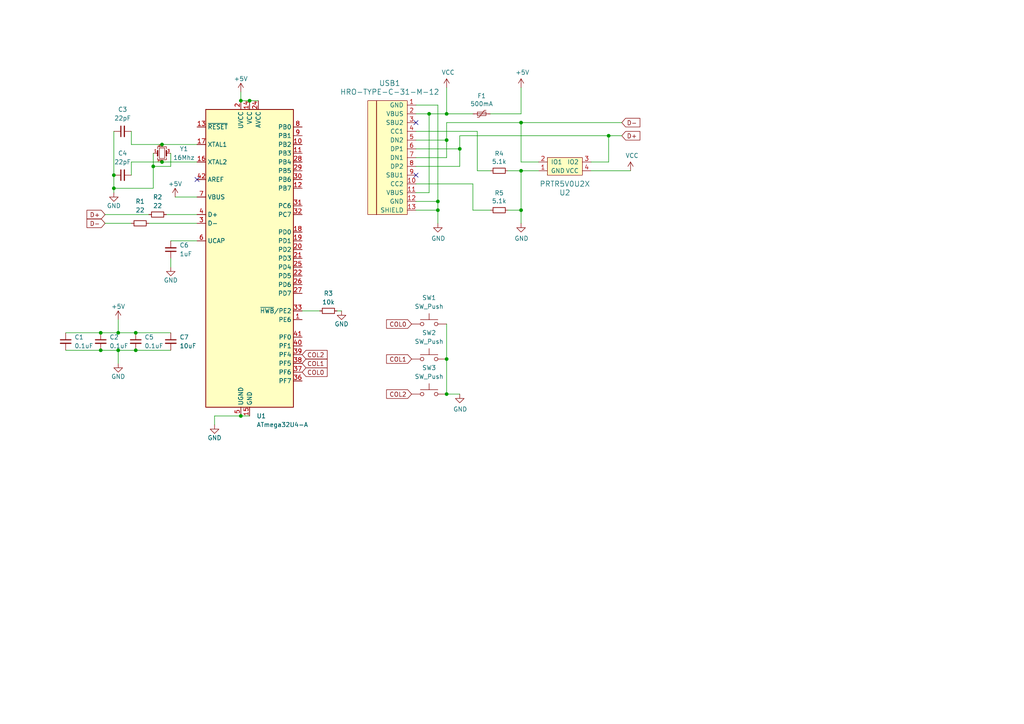
<source format=kicad_sch>
(kicad_sch (version 20211123) (generator eeschema)
  (paper "A4")
  (lib_symbols
    (symbol "Device:C_Small" (pin_numbers hide) (pin_names (offset 0.254) hide)
      (property "Reference" "C" (at 0.254 1.778 0))
      (property "Value" "C_Small" (at 0.254 -2.032 0))
      (symbol "C_Small_0_1"
        (polyline (pts (xy -1.524 -0.508) (xy 1.524 -0.508)) (stroke (width 0.3302)))
        (polyline (pts (xy -1.524 0.508) (xy 1.524 0.508)) (stroke (width 0.3048)))
      )
      (symbol "C_Small_1_1"
        (pin passive line (at 0 2.54 270) (length 2.032) (name "~") (number "1"))
        (pin passive line (at 0 -2.54 90) (length 2.032) (name "~") (number "2"))
      )
    )
    (symbol "Device:Crystal_GND24_Small" (pin_names (offset 1.016) hide)
      (property "Reference" "Y" (at 1.27 4.445 0))
      (property "Value" "Crystal_GND24_Small" (at 1.27 2.54 0))
      (symbol "Crystal_GND24_Small_0_1"
        (rectangle (start -0.762 -1.524) (end 0.762 1.524))
        (polyline (pts (xy -1.27 -0.762) (xy -1.27 0.762)) (stroke (width 0.381)))
        (polyline (pts (xy 1.27 -0.762) (xy 1.27 0.762)) (stroke (width 0.381)))
        (polyline (pts (xy -1.27 -1.27) (xy -1.27 -1.905) (xy 1.27 -1.905) (xy 1.27 -1.27)))
        (polyline (pts (xy -1.27 1.27) (xy -1.27 1.905) (xy 1.27 1.905) (xy 1.27 1.27)))
      )
      (symbol "Crystal_GND24_Small_1_1"
        (pin passive line (at -2.54 0 0) (length 1.27) (name "1") (number "1"))
        (pin passive line (at 0 -2.54 90) (length 0.635) (name "2") (number "2"))
        (pin passive line (at 2.54 0 180) (length 1.27) (name "3") (number "3"))
        (pin passive line (at 0 2.54 270) (length 0.635) (name "4") (number "4"))
      )
    )
    (symbol "Device:Polyfuse_Small" (pin_numbers hide) (pin_names (offset 0))
      (property "Reference" "F" (at -1.905 0 90))
      (property "Value" "Polyfuse_Small" (at 1.905 0 90))
      (symbol "Polyfuse_Small_0_1"
        (rectangle (start -0.508 1.27) (end 0.508 -1.27))
        (polyline (pts (xy 0 2.54) (xy 0 -2.54)))
        (polyline (pts (xy -1.016 1.27) (xy -1.016 0.762) (xy 1.016 -0.762) (xy 1.016 -1.27)))
      )
      (symbol "Polyfuse_Small_1_1"
        (pin passive line (at 0 2.54 270) (length 0.635) (name "~") (number "1"))
        (pin passive line (at 0 -2.54 90) (length 0.635) (name "~") (number "2"))
      )
    )
    (symbol "Device:R_Small" (pin_numbers hide) (pin_names (offset 0.254) hide)
      (property "Reference" "R" (at 0.762 0.508 0))
      (property "Value" "R_Small" (at 0.762 -1.016 0))
      (symbol "R_Small_0_1"
        (rectangle (start -0.762 1.778) (end 0.762 -1.778) (stroke (width 0.2032)))
      )
      (symbol "R_Small_1_1"
        (pin passive line (at 0 2.54 270) (length 0.762) (name "~") (number "1"))
        (pin passive line (at 0 -2.54 90) (length 0.762) (name "~") (number "2"))
      )
    )
    (symbol "MCU_Microchip_ATmega:ATmega32U4-A"
      (property "Reference" "U" (at -12.7 44.45 0))
      (property "Value" "ATmega32U4-A" (at 2.54 -44.45 0))
      (symbol "ATmega32U4-A_0_1"
        (rectangle (start -12.7 -43.18) (end 12.7 43.18) (stroke (width 0.254)) (fill (type background)))
      )
      (symbol "ATmega32U4-A_1_1"
        (pin bidirectional line (at 15.24 -17.78 180) (length 2.54) (name "PE6") (number "1"))
        (pin bidirectional line (at 15.24 33.02 180) (length 2.54) (name "PB2") (number "10"))
        (pin bidirectional line (at 15.24 30.48 180) (length 2.54) (name "PB3") (number "11"))
        (pin bidirectional line (at 15.24 20.32 180) (length 2.54) (name "PB7") (number "12"))
        (pin input line (at -15.24 38.1 0) (length 2.54) (name "~{RESET}") (number "13"))
        (pin power_in line (at 0 45.72 270) (length 2.54) (name "VCC") (number "14"))
        (pin power_in line (at 0 -45.72 90) (length 2.54) (name "GND") (number "15"))
        (pin output line (at -15.24 27.94 0) (length 2.54) (name "XTAL2") (number "16"))
        (pin input line (at -15.24 33.02 0) (length 2.54) (name "XTAL1") (number "17"))
        (pin bidirectional line (at 15.24 7.62 180) (length 2.54) (name "PD0") (number "18"))
        (pin bidirectional line (at 15.24 5.08 180) (length 2.54) (name "PD1") (number "19"))
        (pin power_in line (at -2.54 45.72 270) (length 2.54) (name "UVCC") (number "2"))
        (pin bidirectional line (at 15.24 2.54 180) (length 2.54) (name "PD2") (number "20"))
        (pin bidirectional line (at 15.24 0 180) (length 2.54) (name "PD3") (number "21"))
        (pin bidirectional line (at 15.24 -5.08 180) (length 2.54) (name "PD5") (number "22"))
        (pin passive line (at 0 -45.72 90) (length 2.54) hide (name "GND") (number "23"))
        (pin power_in line (at 2.54 45.72 270) (length 2.54) (name "AVCC") (number "24"))
        (pin bidirectional line (at 15.24 -2.54 180) (length 2.54) (name "PD4") (number "25"))
        (pin bidirectional line (at 15.24 -7.62 180) (length 2.54) (name "PD6") (number "26"))
        (pin bidirectional line (at 15.24 -10.16 180) (length 2.54) (name "PD7") (number "27"))
        (pin bidirectional line (at 15.24 27.94 180) (length 2.54) (name "PB4") (number "28"))
        (pin bidirectional line (at 15.24 25.4 180) (length 2.54) (name "PB5") (number "29"))
        (pin bidirectional line (at -15.24 10.16 0) (length 2.54) (name "D-") (number "3"))
        (pin bidirectional line (at 15.24 22.86 180) (length 2.54) (name "PB6") (number "30"))
        (pin bidirectional line (at 15.24 15.24 180) (length 2.54) (name "PC6") (number "31"))
        (pin bidirectional line (at 15.24 12.7 180) (length 2.54) (name "PC7") (number "32"))
        (pin bidirectional line (at 15.24 -15.24 180) (length 2.54) (name "~{HWB}/PE2") (number "33"))
        (pin passive line (at 0 45.72 270) (length 2.54) hide (name "VCC") (number "34"))
        (pin passive line (at 0 -45.72 90) (length 2.54) hide (name "GND") (number "35"))
        (pin bidirectional line (at 15.24 -35.56 180) (length 2.54) (name "PF7") (number "36"))
        (pin bidirectional line (at 15.24 -33.02 180) (length 2.54) (name "PF6") (number "37"))
        (pin bidirectional line (at 15.24 -30.48 180) (length 2.54) (name "PF5") (number "38"))
        (pin bidirectional line (at 15.24 -27.94 180) (length 2.54) (name "PF4") (number "39"))
        (pin bidirectional line (at -15.24 12.7 0) (length 2.54) (name "D+") (number "4"))
        (pin bidirectional line (at 15.24 -25.4 180) (length 2.54) (name "PF1") (number "40"))
        (pin bidirectional line (at 15.24 -22.86 180) (length 2.54) (name "PF0") (number "41"))
        (pin passive line (at -15.24 22.86 0) (length 2.54) (name "AREF") (number "42"))
        (pin passive line (at 0 -45.72 90) (length 2.54) hide (name "GND") (number "43"))
        (pin passive line (at 2.54 45.72 270) (length 2.54) hide (name "AVCC") (number "44"))
        (pin passive line (at -2.54 -45.72 90) (length 2.54) (name "UGND") (number "5"))
        (pin passive line (at -15.24 5.08 0) (length 2.54) (name "UCAP") (number "6"))
        (pin input line (at -15.24 17.78 0) (length 2.54) (name "VBUS") (number "7"))
        (pin bidirectional line (at 15.24 38.1 180) (length 2.54) (name "PB0") (number "8"))
        (pin bidirectional line (at 15.24 35.56 180) (length 2.54) (name "PB1") (number "9"))
      )
    )
    (symbol "Switch:SW_Push" (pin_numbers hide) (pin_names (offset 1.016) hide)
      (property "Reference" "SW" (at 1.27 2.54 0))
      (property "Value" "SW_Push" (at 0 -1.524 0))
      (symbol "SW_Push_0_1"
        (circle (center -2.032 0) (radius 0.508))
        (polyline (pts (xy 0 1.27) (xy 0 3.048)))
        (polyline (pts (xy 2.54 1.27) (xy -2.54 1.27)))
        (circle (center 2.032 0) (radius 0.508))
        (pin passive line (at -5.08 0 0) (length 2.54) (name "1") (number "1"))
        (pin passive line (at 5.08 0 180) (length 2.54) (name "2") (number "2"))
      )
    )
    (symbol "Type-C:HRO-TYPE-C-31-M-12" (pin_names (offset 1.016))
      (property "Reference" "USB" (at -5.08 16.51 0))
      (property "Value" "HRO-TYPE-C-31-M-12" (at -10.16 -1.27 90))
      (symbol "HRO-TYPE-C-31-M-12_0_1"
        (rectangle (start -11.43 15.24) (end -8.89 -17.78) (fill (type background)))
        (rectangle (start 0 -17.78) (end -8.89 15.24) (fill (type background)))
      )
      (symbol "HRO-TYPE-C-31-M-12_1_1"
        (pin input line (at 2.54 13.97 180) (length 2.54) (name "GND") (number "1"))
        (pin input line (at 2.54 -8.89 180) (length 2.54) (name "CC2") (number "10"))
        (pin input line (at 2.54 -11.43 180) (length 2.54) (name "VBUS") (number "11"))
        (pin input line (at 2.54 -13.97 180) (length 2.54) (name "GND") (number "12"))
        (pin input line (at 2.54 -16.51 180) (length 2.54) (name "SHIELD") (number "13"))
        (pin input line (at 2.54 11.43 180) (length 2.54) (name "VBUS") (number "2"))
        (pin input line (at 2.54 8.89 180) (length 2.54) (name "SBU2") (number "3"))
        (pin input line (at 2.54 6.35 180) (length 2.54) (name "CC1") (number "4"))
        (pin input line (at 2.54 3.81 180) (length 2.54) (name "DN2") (number "5"))
        (pin input line (at 2.54 1.27 180) (length 2.54) (name "DP1") (number "6"))
        (pin input line (at 2.54 -1.27 180) (length 2.54) (name "DN1") (number "7"))
        (pin input line (at 2.54 -3.81 180) (length 2.54) (name "DP2") (number "8"))
        (pin input line (at 2.54 -6.35 180) (length 2.54) (name "SBU1") (number "9"))
      )
    )
    (symbol "power:+5V" (power) (pin_names (offset 0))
      (property "Value" "+5V" (at 0 3.556 0))
      (symbol "+5V_0_1"
        (polyline (pts (xy -0.762 1.27) (xy 0 2.54)))
        (polyline (pts (xy 0 0) (xy 0 2.54)))
        (polyline (pts (xy 0 2.54) (xy 0.762 1.27)))
      )
      (symbol "+5V_1_1"
        (pin power_in line (at 0 0 90) (length 0) hide (name "+5V") (number "1"))
      )
    )
    (symbol "power:GND" (power) (pin_names (offset 0))
      (property "Value" "GND" (at 0 -3.81 0))
      (symbol "GND_0_1"
        (polyline (pts (xy 0 0) (xy 0 -1.27) (xy 1.27 -1.27) (xy 0 -2.54) (xy -1.27 -1.27) (xy 0 -1.27)))
      )
      (symbol "GND_1_1"
        (pin power_in line (at 0 0 270) (length 0) hide (name "GND") (number "1"))
      )
    )
    (symbol "power:VCC" (power) (pin_names (offset 0))
      (property "Value" "VCC" (at 0 3.81 0))
      (symbol "VCC_0_1"
        (polyline (pts (xy -0.762 1.27) (xy 0 2.54)))
        (polyline (pts (xy 0 0) (xy 0 2.54)))
        (polyline (pts (xy 0 2.54) (xy 0.762 1.27)))
      )
      (symbol "VCC_1_1"
        (pin power_in line (at 0 0 90) (length 0) hide (name "VCC") (number "1"))
      )
    )
    (symbol "random-keyboard-parts:PRTR5V0U2X" (pin_names (offset 1.016))
      (property "Reference" "U" (at 0 3.81 0))
      (property "Value" "PRTR5V0U2X" (at 0 -3.81 0))
      (symbol "PRTR5V0U2X_0_1"
        (rectangle (start -5.08 2.54) (end 5.08 -2.54) (fill (type background)))
      )
      (symbol "PRTR5V0U2X_1_1"
        (pin input line (at -7.62 1.27 0) (length 2.54) (name "GND") (number "1"))
        (pin input line (at -7.62 -1.27 0) (length 2.54) (name "IO1") (number "2"))
        (pin input line (at 7.62 -1.27 180) (length 2.54) (name "IO2") (number "3"))
        (pin input line (at 7.62 1.27 180) (length 2.54) (name "VCC") (number "4"))
      )
    )
  )
  (junction (at 34.29 101.6))
  (junction (at 127 58.42))
  (junction (at 127 60.96))
  (junction (at 46.99 46.99))
  (junction (at 133.35 43.18))
  (junction (at 33.02 54.61))
  (junction (at 129.54 40.64))
  (junction (at 69.85 29.21))
  (junction (at 151.13 35.56))
  (junction (at 33.02 50.8))
  (junction (at 46.99 41.91))
  (junction (at 124.46 33.02))
  (junction (at 29.21 101.6))
  (junction (at 129.54 104.14))
  (junction (at 29.21 96.52))
  (junction (at 72.39 29.21))
  (junction (at 176.53 39.37))
  (junction (at 34.29 96.52))
  (junction (at 44.45 48.26))
  (junction (at 151.13 60.96))
  (junction (at 129.54 33.02))
  (junction (at 39.37 101.6))
  (junction (at 151.13 49.53))
  (junction (at 39.37 96.52))
  (junction (at 69.85 120.65))
  (junction (at 129.54 114.3))
  (no_connect (at 120.65 35.56))
  (no_connect (at 57.15 52.07))
  (no_connect (at 120.65 50.8))
  (wire (pts (xy 138.43 38.1) (xy 120.65 38.1)))
  (wire (pts (xy 138.43 49.53) (xy 142.24 49.53)))
  (wire (pts (xy 69.85 120.65) (xy 62.23 120.65)))
  (wire (pts (xy 171.45 46.99) (xy 176.53 46.99)))
  (wire (pts (xy 129.54 33.02) (xy 137.16 33.02)))
  (wire (pts (xy 129.54 114.3) (xy 133.35 114.3)))
  (wire (pts (xy 156.21 46.99) (xy 151.13 46.99)))
  (wire (pts (xy 129.54 35.56) (xy 151.13 35.56)))
  (wire (pts (xy 151.13 49.53) (xy 151.13 60.96)))
  (wire (pts (xy 151.13 35.56) (xy 180.34 35.56)))
  (wire (pts (xy 124.46 33.02) (xy 129.54 33.02)))
  (wire (pts (xy 156.21 49.53) (xy 151.13 49.53)))
  (wire (pts (xy 69.85 29.21) (xy 72.39 29.21)))
  (wire (pts (xy 129.54 25.4) (xy 129.54 33.02)))
  (wire (pts (xy 120.65 53.34) (xy 137.16 53.34)))
  (wire (pts (xy 129.54 40.64) (xy 129.54 45.72)))
  (wire (pts (xy 151.13 60.96) (xy 151.13 64.77)))
  (wire (pts (xy 147.32 49.53) (xy 151.13 49.53)))
  (wire (pts (xy 44.45 48.26) (xy 44.45 54.61)))
  (wire (pts (xy 38.1 41.91) (xy 38.1 38.1)))
  (wire (pts (xy 72.39 29.21) (xy 74.93 29.21)))
  (wire (pts (xy 176.53 46.99) (xy 176.53 39.37)))
  (wire (pts (xy 147.32 60.96) (xy 151.13 60.96)))
  (wire (pts (xy 46.99 41.91) (xy 57.15 41.91)))
  (wire (pts (xy 49.53 74.93) (xy 49.53 77.47)))
  (wire (pts (xy 120.65 33.02) (xy 124.46 33.02)))
  (wire (pts (xy 57.15 69.85) (xy 49.53 69.85)))
  (wire (pts (xy 120.65 30.48) (xy 127 30.48)))
  (wire (pts (xy 29.21 101.6) (xy 34.29 101.6)))
  (wire (pts (xy 129.54 104.14) (xy 129.54 114.3)))
  (wire (pts (xy 29.21 96.52) (xy 34.29 96.52)))
  (wire (pts (xy 33.02 38.1) (xy 33.02 50.8)))
  (wire (pts (xy 151.13 46.99) (xy 151.13 35.56)))
  (wire (pts (xy 39.37 101.6) (xy 49.53 101.6)))
  (wire (pts (xy 124.46 55.88) (xy 124.46 33.02)))
  (wire (pts (xy 69.85 120.65) (xy 72.39 120.65)))
  (wire (pts (xy 176.53 39.37) (xy 180.34 39.37)))
  (wire (pts (xy 133.35 48.26) (xy 133.35 43.18)))
  (wire (pts (xy 87.63 90.17) (xy 92.71 90.17)))
  (wire (pts (xy 43.18 64.77) (xy 57.15 64.77)))
  (wire (pts (xy 133.35 43.18) (xy 120.65 43.18)))
  (wire (pts (xy 19.05 96.52) (xy 29.21 96.52)))
  (wire (pts (xy 34.29 101.6) (xy 39.37 101.6)))
  (wire (pts (xy 129.54 35.56) (xy 129.54 40.64)))
  (wire (pts (xy 34.29 101.6) (xy 34.29 105.41)))
  (wire (pts (xy 120.65 60.96) (xy 127 60.96)))
  (wire (pts (xy 69.85 26.67) (xy 69.85 29.21)))
  (wire (pts (xy 171.45 49.53) (xy 182.88 49.53)))
  (wire (pts (xy 151.13 25.4) (xy 151.13 33.02)))
  (wire (pts (xy 30.48 64.77) (xy 38.1 64.77)))
  (wire (pts (xy 30.48 62.23) (xy 43.18 62.23)))
  (wire (pts (xy 120.65 48.26) (xy 133.35 48.26)))
  (wire (pts (xy 129.54 93.98) (xy 129.54 104.14)))
  (wire (pts (xy 46.99 46.99) (xy 38.1 46.99)))
  (wire (pts (xy 33.02 55.88) (xy 33.02 54.61)))
  (wire (pts (xy 129.54 45.72) (xy 120.65 45.72)))
  (wire (pts (xy 48.26 62.23) (xy 57.15 62.23)))
  (wire (pts (xy 46.99 41.91) (xy 38.1 41.91)))
  (wire (pts (xy 50.8 57.15) (xy 57.15 57.15)))
  (wire (pts (xy 49.53 44.45) (xy 49.53 48.26)))
  (wire (pts (xy 142.24 33.02) (xy 151.13 33.02)))
  (wire (pts (xy 127 30.48) (xy 127 58.42)))
  (wire (pts (xy 38.1 46.99) (xy 38.1 50.8)))
  (wire (pts (xy 138.43 49.53) (xy 138.43 38.1)))
  (wire (pts (xy 127 58.42) (xy 127 60.96)))
  (wire (pts (xy 127 60.96) (xy 127 64.77)))
  (wire (pts (xy 49.53 48.26) (xy 44.45 48.26)))
  (wire (pts (xy 137.16 60.96) (xy 142.24 60.96)))
  (wire (pts (xy 129.54 40.64) (xy 120.65 40.64)))
  (wire (pts (xy 33.02 50.8) (xy 33.02 54.61)))
  (wire (pts (xy 62.23 120.65) (xy 62.23 123.19)))
  (wire (pts (xy 127 58.42) (xy 120.65 58.42)))
  (wire (pts (xy 133.35 39.37) (xy 176.53 39.37)))
  (wire (pts (xy 34.29 92.71) (xy 34.29 96.52)))
  (wire (pts (xy 34.29 96.52) (xy 39.37 96.52)))
  (wire (pts (xy 120.65 55.88) (xy 124.46 55.88)))
  (wire (pts (xy 133.35 39.37) (xy 133.35 43.18)))
  (wire (pts (xy 137.16 53.34) (xy 137.16 60.96)))
  (wire (pts (xy 33.02 54.61) (xy 44.45 54.61)))
  (wire (pts (xy 39.37 96.52) (xy 49.53 96.52)))
  (wire (pts (xy 46.99 46.99) (xy 57.15 46.99)))
  (wire (pts (xy 44.45 44.45) (xy 44.45 48.26)))
  (wire (pts (xy 19.05 101.6) (xy 29.21 101.6)))
  (wire (pts (xy 97.79 90.17) (xy 99.06 90.17)))
  (global_label "D-" (shape input) (at 180.34 35.56 0) (property "Intersheet References" "${INTERSHEET_REFS}" (effects hide)))
  (global_label "D+" (shape input) (at 180.34 39.37 0) (property "Intersheet References" "${INTERSHEET_REFS}" (effects hide)))
  (global_label "COL1" (shape input) (at 119.38 104.14 180) (property "Intersheet References" "${INTERSHEET_REFS}" (effects hide)))
  (global_label "COL2" (shape input) (at 119.38 114.3 180) (property "Intersheet References" "${INTERSHEET_REFS}" (effects hide)))
  (global_label "COL0" (shape input) (at 87.63 107.95 0) (property "Intersheet References" "${INTERSHEET_REFS}" (effects hide)))
  (global_label "D-" (shape input) (at 30.48 64.77 180) (property "Intersheet References" "${INTERSHEET_REFS}" (effects hide)))
  (global_label "D+" (shape input) (at 30.48 62.23 180) (property "Intersheet References" "${INTERSHEET_REFS}" (effects hide)))
  (global_label "COL1" (shape input) (at 87.63 105.41 0) (property "Intersheet References" "${INTERSHEET_REFS}" (effects hide)))
  (global_label "COL0" (shape input) (at 119.38 93.98 180) (property "Intersheet References" "${INTERSHEET_REFS}" (effects hide)))
  (global_label "COL2" (shape input) (at 87.63 102.87 0) (property "Intersheet References" "${INTERSHEET_REFS}" (effects hide)))
  (symbol (lib_id "Type-C:HRO-TYPE-C-31-M-12") (at 118.11 44.45 0) (unit 1)
    (property "Reference" "USB1" (at 113.03 24.13 0) (effects (font (size 1.524 1.524))))
    (property "Value" "HRO-TYPE-C-31-M-12" (at 113.03 26.67 0) (effects (font (size 1.524 1.524))))
    (property "Footprint" "Type-C:HRO-TYPE-C-31-M-12-HandSoldering" (effects hide))
    (property "LCSC" "C165948" (effects hide))
  )
  (symbol (lib_id "Device:C_Small") (at 19.05 99.06 0) (unit 1)
    (property "Reference" "C1" (at 21.59 97.7962 0) (effects (justify left)))
    (property "Value" "0.1uF" (at 21.59 100.3362 0) (effects (justify left)))
    (property "Footprint" "Capacitor_SMD:C_0805_2012Metric" (effects hide))
    (property "LCSC" "C49678" (effects hide))
  )
  (symbol (lib_id "random-keyboard-parts:PRTR5V0U2X") (at 163.83 48.26 0) (mirror x) (unit 1)
    (property "Reference" "U2" (at 163.83 55.88 0) (effects (font (size 1.524 1.524))))
    (property "Value" "PRTR5V0U2X" (at 163.83 53.34 0) (effects (font (size 1.524 1.524))))
    (property "Footprint" "random-keyboard-parts:SOT143B" (effects hide))
    (property "LCSC" "C12333" (effects hide))
  )
  (symbol (lib_id "Device:R_Small") (at 40.64 64.77 90) (unit 1)
    (property "Reference" "R1" (at 40.64 58.42 90))
    (property "Value" "22" (at 40.64 60.96 90))
    (property "Footprint" "Resistor_SMD:R_0805_2012Metric" (effects hide))
    (property "LCSC" "C17561" (effects hide))
  )
  (symbol (lib_id "Device:C_Small") (at 35.56 50.8 90) (unit 1)
    (property "Reference" "C4" (at 35.5663 44.45 90))
    (property "Value" "22pF" (at 35.5663 46.99 90))
    (property "Footprint" "Capacitor_SMD:C_0805_2012Metric" (effects hide))
    (property "LCSC" "C1804" (effects hide))
  )
  (symbol (lib_id "Device:C_Small") (at 49.53 99.06 0) (unit 1)
    (property "Reference" "C7" (at 52.07 97.7962 0) (effects (justify left)))
    (property "Value" "10uF" (at 52.07 100.3362 0) (effects (justify left)))
    (property "Footprint" "Capacitor_SMD:C_0805_2012Metric" (effects hide))
    (property "LCSC" "C15850" (effects hide))
  )
  (symbol (lib_id "power:+5V") (at 69.85 26.67 0) (unit 1)
    (property "Reference" "#PWR0105" (effects hide))
    (property "Value" "+5V" (at 69.85 22.86 0))
  )
  (symbol (lib_id "Switch:SW_Push") (at 124.46 93.98 0) (unit 1)
    (property "Reference" "SW1" (at 124.46 86.36 0))
    (property "Value" "SW_Push" (at 124.46 88.9 0))
    (property "Footprint" "MX_Hotswap:MX-Hotswap-1U" (effects hide))
  )
  (symbol (lib_id "Device:R_Small") (at 144.78 49.53 270) (unit 1)
    (property "Reference" "R4" (at 144.78 44.5516 90))
    (property "Value" "5.1k" (at 144.78 46.863 90))
    (property "Footprint" "Resistor_SMD:R_0805_2012Metric" (effects hide))
    (property "LCSC" "C27834" (effects hide))
  )
  (symbol (lib_id "power:GND") (at 151.13 64.77 0) (unit 1)
    (property "Reference" "#PWR0113" (effects hide))
    (property "Value" "GND" (at 151.257 69.1642 0))
  )
  (symbol (lib_id "Switch:SW_Push") (at 124.46 114.3 0) (unit 1)
    (property "Reference" "SW3" (at 124.46 106.68 0))
    (property "Value" "SW_Push" (at 124.46 109.22 0))
    (property "Footprint" "MX_Hotswap:MX-Hotswap-1U" (effects hide))
  )
  (symbol (lib_id "power:GND") (at 133.35 114.3 0) (unit 1)
    (property "Reference" "#PWR0101" (effects hide))
    (property "Value" "GND" (at 133.477 118.6942 0))
  )
  (symbol (lib_id "Device:C_Small") (at 39.37 99.06 0) (unit 1)
    (property "Reference" "C5" (at 41.91 97.7962 0) (effects (justify left)))
    (property "Value" "0.1uF" (at 41.91 100.3362 0) (effects (justify left)))
    (property "Footprint" "Capacitor_SMD:C_0805_2012Metric" (effects hide))
    (property "LCSC" "C49678" (effects hide))
  )
  (symbol (lib_id "power:GND") (at 33.02 55.88 0) (unit 1)
    (property "Reference" "#PWR0102" (effects hide))
    (property "Value" "GND" (at 33.02 59.69 0))
  )
  (symbol (lib_id "power:GND") (at 127 64.77 0) (unit 1)
    (property "Reference" "#PWR0114" (effects hide))
    (property "Value" "GND" (at 127.127 69.1642 0))
  )
  (symbol (lib_id "power:GND") (at 49.53 77.47 0) (unit 1)
    (property "Reference" "#PWR0107" (effects hide))
    (property "Value" "GND" (at 49.53 81.28 0))
  )
  (symbol (lib_id "Switch:SW_Push") (at 124.46 104.14 0) (unit 1)
    (property "Reference" "SW2" (at 124.46 96.52 0))
    (property "Value" "SW_Push" (at 124.46 99.06 0))
    (property "Footprint" "MX_Hotswap:MX-Hotswap-1U" (effects hide))
  )
  (symbol (lib_id "power:+5V") (at 151.13 25.4 0) (unit 1)
    (property "Reference" "#PWR0112" (effects hide))
    (property "Value" "+5V" (at 151.511 21.0058 0))
  )
  (symbol (lib_id "Device:C_Small") (at 49.53 72.39 180) (unit 1)
    (property "Reference" "C6" (at 52.07 71.12 0) (effects (justify right)))
    (property "Value" "1uF" (at 52.07 73.66 0) (effects (justify right)))
    (property "Footprint" "Capacitor_SMD:C_0805_2012Metric" (effects hide))
    (property "LCSC" "C28323" (effects hide))
  )
  (symbol (lib_id "Device:R_Small") (at 95.25 90.17 90) (unit 1)
    (property "Reference" "R3" (at 95.25 85.09 90))
    (property "Value" "10k" (at 95.25 87.63 90))
    (property "Footprint" "Resistor_SMD:R_0805_2012Metric" (effects hide))
    (property "LCSC" "C17414" (effects hide))
  )
  (symbol (lib_id "power:GND") (at 99.06 90.17 0) (unit 1)
    (property "Reference" "#PWR0115" (effects hide))
    (property "Value" "GND" (at 99.06 93.98 0))
  )
  (symbol (lib_id "power:VCC") (at 129.54 25.4 0) (unit 1)
    (property "Reference" "#PWR0111" (effects hide))
    (property "Value" "VCC" (at 129.9718 21.0058 0))
  )
  (symbol (lib_id "Device:R_Small") (at 144.78 60.96 270) (unit 1)
    (property "Reference" "R5" (at 144.78 55.9816 90))
    (property "Value" "5.1k" (at 144.78 58.293 90))
    (property "Footprint" "Resistor_SMD:R_0805_2012Metric" (effects hide))
    (property "LCSC" "C27834" (effects hide))
  )
  (symbol (lib_id "Device:C_Small") (at 35.56 38.1 90) (unit 1)
    (property "Reference" "C3" (at 35.5663 31.75 90))
    (property "Value" "22pF" (at 35.5663 34.29 90))
    (property "Footprint" "Capacitor_SMD:C_0805_2012Metric" (effects hide))
    (property "LCSC" "C1804" (effects hide))
  )
  (symbol (lib_id "power:VCC") (at 182.88 49.53 0) (unit 1)
    (property "Reference" "#PWR0110" (effects hide))
    (property "Value" "VCC" (at 183.3118 45.1358 0))
  )
  (symbol (lib_id "power:+5V") (at 50.8 57.15 0) (unit 1)
    (property "Reference" "#PWR0103" (effects hide))
    (property "Value" "+5V" (at 50.8 53.34 0))
  )
  (symbol (lib_id "power:+5V") (at 34.29 92.71 0) (unit 1)
    (property "Reference" "#PWR0108" (effects hide))
    (property "Value" "+5V" (at 34.29 88.9 0))
  )
  (symbol (lib_id "MCU_Microchip_ATmega:ATmega32U4-A") (at 72.39 74.93 0) (unit 1)
    (property "Reference" "U1" (at 74.4094 120.65 0) (effects (justify left)))
    (property "Value" "ATmega32U4-A" (at 74.4094 123.19 0) (effects (justify left)))
    (property "Footprint" "Package_QFP:TQFP-44_10x10mm_P0.8mm" (effects hide))
    (property "Datasheet" "http://ww1.microchip.com/downloads/en/DeviceDoc/Atmel-7766-8-bit-AVR-ATmega16U4-32U4_Datasheet.pdf" (effects hide))
    (property "LCSC" "C44854" (effects hide))
  )
  (symbol (lib_id "Device:Polyfuse_Small") (at 139.7 33.02 270) (unit 1)
    (property "Reference" "F1" (at 139.7 27.813 90))
    (property "Value" "500mA" (at 139.7 30.1244 90))
    (property "Footprint" "Fuse:Fuse_1206_3216Metric" (effects hide))
    (property "LCSC" "C70069" (effects hide))
  )
  (symbol (lib_id "power:GND") (at 34.29 105.41 0) (unit 1)
    (property "Reference" "#PWR0106" (effects hide))
    (property "Value" "GND" (at 34.29 109.22 0))
  )
  (symbol (lib_id "power:GND") (at 62.23 123.19 0) (unit 1)
    (property "Reference" "#PWR0109" (effects hide))
    (property "Value" "GND" (at 62.23 127 0))
  )
  (symbol (lib_id "Device:R_Small") (at 45.72 62.23 270) (unit 1)
    (property "Reference" "R2" (at 45.72 57.15 90))
    (property "Value" "22" (at 45.72 59.69 90))
    (property "Footprint" "Resistor_SMD:R_0805_2012Metric" (effects hide))
    (property "LCSC" "C17561" (effects hide))
  )
  (symbol (lib_id "Device:Crystal_GND24_Small") (at 46.99 44.45 0) (unit 1)
    (property "Reference" "Y1" (at 53.34 43.18 0))
    (property "Value" "16Mhz" (at 53.34 45.72 0))
    (property "Footprint" "Crystal:Crystal_SMD_3225-4Pin_3.2x2.5mm" (effects hide))
    (property "LCSC" "C156247" (effects hide))
  )
  (symbol (lib_id "Device:C_Small") (at 29.21 99.06 0) (unit 1)
    (property "Reference" "C2" (at 31.75 97.7962 0) (effects (justify left)))
    (property "Value" "0.1uF" (at 31.75 100.3362 0) (effects (justify left)))
    (property "Footprint" "Capacitor_SMD:C_0805_2012Metric" (effects hide))
    (property "LCSC" "C49678" (effects hide))
  )
)
</source>
